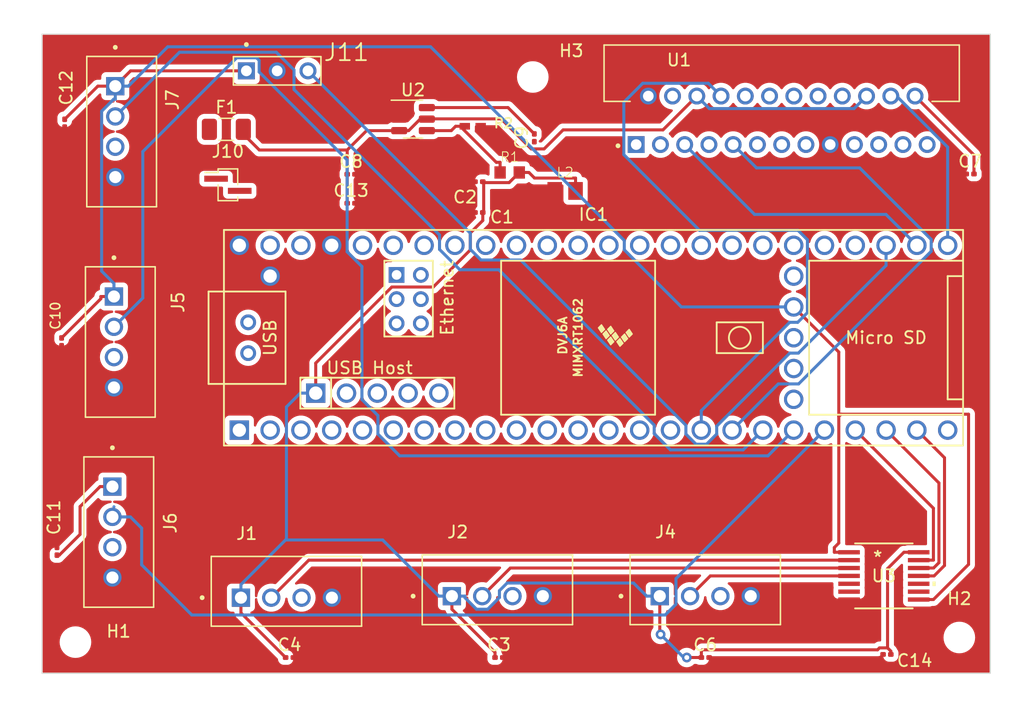
<source format=kicad_pcb>
(kicad_pcb (version 20221018) (generator pcbnew)
  (layers (0 "F.Cu" signal) (31 "B.Cu" signal) (34 "B.Paste" user) (35 "F.Paste" user) (36 "B.SilkS" user "B.Silkscreen") (37 "F.SilkS" user "F.Silkscreen") (38 "B.Mask" user) (39 "F.Mask" user) (44 "Edge.Cuts" user))
  (net 0 "")
  (net 1 "+5V")
  (net 12 "LF_LINE")
  (net 13 "RF_LINE")
  (net 37 "+12V")
  (net 38 "Net-(U2-VBST)")
  (net 39 "GNDS")
  (net 40 "B_LINE")
  (net 41 "M_SPD")
  (net 42 "M_REF")
  (net 43 "Net-(U1-VREG)")
  (net 44 "LIR5")
  (net 54 "M_IN1")
  (net 55 "M_IN2")
  (net 56 "Net-(J9-Pin_2)")
  (net 58 "Net-(J9-Pin_1)")
  (net 60 "Net-(J8-Pin_2)")
  (net 62 "Net-(J8-Pin_1)")
  (net 68 "unconnected-(J6-Pin_3-Pad3)")
  (net 69 "Net-(U2-VFB)")
  (net 70 "IR_START")
  (net 76 "Net-(J10-Pin_1b)")
  (net 77 "+3.3V")
  (net 78 "RIR5")
  (net 79 "CIR5")
  (net 84 "CIR3.3")
  (net 85 "RIR3.3")
  (net 86 "LIR3.3")
  (footprint "Fuse:Fuse_1206_3216Metric" (layer "F.Cu") (at 68.199 85.344)
    (fp_text reference "F1" (at 0 -1.82) (layer "F.SilkS"))
    (fp_text value "Fuse")
    (pad "1" smd roundrect (at -1.4 0) (size 1.25 1.75) (layers "F.Cu" "F.Paste" "F.Mask") (roundrect_rratio 0.2) (net 76 "Net-(J10-Pin_1b)"))
    (pad "2" smd roundrect (at 1.4 0) (size 1.25 1.75) (layers "F.Cu" "F.Paste" "F.Mask") (roundrect_rratio 0.2) (net 37 "+12V"))
  )
  (footprint "Capacitor_SMD:C_0201_0603Metric" (layer "F.Cu") (at 54.229 120.142 90)
    (fp_text reference "C11" (at 2.794 -0.254 90) (layer "F.SilkS"))
    (fp_text value "0.1uF")
    (pad "1" smd roundrect (at -0.32 0 90) (size 0.46 0.4) (layers "F.Cu" "F.Mask") (net 77 "+3.3V"))
    (pad "2" smd roundrect (at 0.32 0 90) (size 0.46 0.4) (layers "F.Cu" "F.Mask") (net 39 "GNDS"))
  )
  (footprint "RoboJackets:INDC2012X145N" (layer "F.Cu") (at 96.139 90.424)
    (fp_text reference "L2" (at 0 -1.524 180) (layer "F.SilkS") (effects (font (size 0.8 0.8) (thickness 0.08) bold)))
    (fp_text value "4.7 uH")
    (pad "1" smd rect (at -0.86 0) (size 1.2 1.47) (layers "F.Cu" "F.Paste" "F.Mask") (net 39 "GNDS"))
    (pad "2" smd rect (at 0.86 0) (size 1.2 1.47) (layers "F.Cu" "F.Paste" "F.Mask") (net 1 "+5V"))
  )
  (footprint "Capacitor_SMD:C_0201_0603Metric" (layer "F.Cu") (at 54.864 84.836 -90)
    (fp_text reference "C12" (at -2.921 -0.127 90) (layer "F.SilkS"))
    (fp_text value "0.1uF")
    (pad "1" smd roundrect (at -0.32 0 270) (size 0.46 0.4) (layers "F.Cu" "F.Mask") (net 77 "+3.3V"))
    (pad "2" smd roundrect (at 0.32 0 270) (size 0.46 0.4) (layers "F.Cu" "F.Mask") (net 39 "GNDS"))
  )
  (footprint "Capacitor_SMD:C_0201_0603Metric" (layer "F.Cu") (at 73.406 128.905)
    (fp_text reference "C4" (at 0 -1.05) (layer "F.SilkS"))
    (fp_text value "0.1uF")
    (pad "1" smd roundrect (at -0.32 0) (size 0.46 0.4) (layers "F.Cu" "F.Mask") (net 1 "+5V"))
    (pad "2" smd roundrect (at 0.32 0) (size 0.46 0.4) (layers "F.Cu" "F.Mask") (net 39 "GNDS"))
  )
  (footprint "RoboJackets:JST_B4B-XH-A_LF__SN_" (layer "F.Cu") (at 107.696 123.317)
    (fp_text reference "J4" (at -3.275 -4.76) (layer "F.SilkS"))
    (fp_text value "IR Sensor C")
    (pad "1" thru_hole rect (at -3.75 0.525) (size 1.508 1.508) (drill 1) (layers "*.Cu" "*.Mask") (net 1 "+5V"))
    (pad "2" thru_hole circle (at -1.25 0.525) (size 1.508 1.508) (drill 1) (layers "*.Cu" "*.Mask") (net 79 "CIR5"))
    (pad "3" thru_hole circle (at 1.25 0.525) (size 1.508 1.508) (drill 1) (layers "*.Cu" "*.Mask"))
    (pad "4" thru_hole circle (at 3.75 0.525) (size 1.508 1.508) (drill 1) (layers "*.Cu" "*.Mask") (net 39 "GNDS"))
  )
  (footprint "MountingHole:MountingHole_2.1mm" (layer "F.Cu") (at 128.651 127.254)
    (fp_text reference "H2" (at 0 -3.2) (layer "F.SilkS"))
    (fp_text value "MountingHole")
    (pad "" np_thru_hole circle (at 0 0) (size 2.1 2.1) (drill 2.1) (layers "*.Cu" "*.Mask"))
  )
  (footprint "MountingHole:MountingHole_2.1mm" (layer "F.Cu") (at 93.472 81.026)
    (fp_text reference "H3" (at 3.175 -2.159) (layer "F.SilkS"))
    (fp_text value "MountingHole")
    (pad "" np_thru_hole circle (at 0 0) (size 2.1 2.1) (drill 2.1) (layers "*.Cu" "*.Mask"))
  )
  (footprint "Capacitor_SMD:C_0201_0603Metric" (layer "F.Cu") (at 78.486 89.05)
    (fp_text reference "C8" (at 0 -1.05) (layer "F.SilkS"))
    (fp_text value ".1 uF")
    (pad "1" smd roundrect (at -0.32 0) (size 0.46 0.4) (layers "F.Cu" "F.Mask") (net 37 "+12V"))
    (pad "2" smd roundrect (at 0.32 0) (size 0.46 0.4) (layers "F.Cu" "F.Mask") (net 39 "GNDS"))
  )
  (footprint "RoboJackets:JST_B4B-XH-A_LF__SN_" (layer "F.Cu") (at 73.152 123.444)
    (fp_text reference "J1" (at -3.275 -4.76) (layer "F.SilkS"))
    (fp_text value "IR Sensor L")
    (pad "1" thru_hole rect (at -3.75 0.525) (size 1.508 1.508) (drill 1) (layers "*.Cu" "*.Mask") (net 1 "+5V"))
    (pad "2" thru_hole circle (at -1.25 0.525) (size 1.508 1.508) (drill 1) (layers "*.Cu" "*.Mask") (net 44 "LIR5"))
    (pad "3" thru_hole circle (at 1.25 0.525) (size 1.508 1.508) (drill 1) (layers "*.Cu" "*.Mask"))
    (pad "4" thru_hole circle (at 3.75 0.525) (size 1.508 1.508) (drill 1) (layers "*.Cu" "*.Mask") (net 39 "GNDS"))
  )
  (footprint "Capacitor_SMD:C_0201_0603Metric" (layer "F.Cu") (at 107.696 128.905)
    (fp_text reference "C6" (at 0 -1.05) (layer "F.SilkS"))
    (fp_text value "0.1uF")
    (pad "1" smd roundrect (at -0.32 0) (size 0.46 0.4) (layers "F.Cu" "F.Mask") (net 1 "+5V"))
    (pad "2" smd roundrect (at 0.32 0) (size 0.46 0.4) (layers "F.Cu" "F.Mask") (net 39 "GNDS"))
  )
  (footprint "RoboJackets:robo" (layer "F.Cu") (at 88.519 85.09)
    (fp_text reference "R2" (at 2.54 -0.254 unlocked) (layer "F.SilkS") (effects (font (size 0.8 0.8))))
    (fp_text value "50kΩ")
    (pad "1" smd rect (at -0.654399 0) (size 0.858799 0.550799) (layers "F.Cu" "F.Paste" "F.Mask") (net 69 "Net-(U2-VFB)"))
    (pad "2" smd rect (at 0.654399 0) (size 0.858799 0.550799) (layers "F.Cu" "F.Paste" "F.Mask") (net 39 "GNDS"))
    (zone (net 0) (net_name "") (layer "F.Cu") (connect_pads (clearance 0)) (min_thickness 0.254)
      (keepout (tracks not_allowed) (vias not_allowed) (pads allowed) (copperpour not_allowed) (footprints allowed))
      (fill (thermal_gap 0.508) (thermal_bridge_width 0.508))
      (polygon (pts (xy 88.3448 84.8908) (xy 88.6932 84.8908) (xy 88.6932 85.2892) (xy 88.3448 85.2892)))
    )
  )
  (footprint "Capacitor_SMD:C_0201_0603Metric" (layer "F.Cu") (at 89.027 89.662 180)
    (fp_text reference "C2" (at 1.143 -1.27) (layer "F.SilkS"))
    (fp_text value "10 uF")
    (pad "1" smd roundrect (at -0.32 0 180) (size 0.46 0.4) (layers "F.Cu" "F.Mask") (net 1 "+5V"))
    (pad "2" smd roundrect (at 0.32 0 180) (size 0.46 0.4) (layers "F.Cu" "F.Mask") (net 39 "GNDS"))
  )
  (footprint "Capacitor_SMD:C_0201_0603Metric" (layer "F.Cu") (at 78.486 91.44)
    (fp_text reference "C13" (at 0 -1.05) (layer "F.SilkS"))
    (fp_text value "10 uF")
    (pad "1" smd roundrect (at -0.32 0) (size 0.46 0.4) (layers "F.Cu" "F.Mask") (net 37 "+12V"))
    (pad "2" smd roundrect (at 0.32 0) (size 0.46 0.4) (layers "F.Cu" "F.Mask") (net 39 "GNDS"))
  )
  (footprint "RoboJackets:JST_B4B-XH-A_LF__SN_" (layer "F.Cu") (at 90.551 123.317)
    (fp_text reference "J2" (at -3.275 -4.76) (layer "F.SilkS"))
    (fp_text value "IR Sensor R")
    (pad "1" thru_hole rect (at -3.75 0.525) (size 1.508 1.508) (drill 1) (layers "*.Cu" "*.Mask") (net 1 "+5V"))
    (pad "2" thru_hole circle (at -1.25 0.525) (size 1.508 1.508) (drill 1) (layers "*.Cu" "*.Mask") (net 78 "RIR5"))
    (pad "3" thru_hole circle (at 1.25 0.525) (size 1.508 1.508) (drill 1) (layers "*.Cu" "*.Mask"))
    (pad "4" thru_hole circle (at 3.75 0.525) (size 1.508 1.508) (drill 1) (layers "*.Cu" "*.Mask") (net 39 "GNDS"))
  )
  (footprint "Connector_PinSocket_1.00mm:PinSocket_1x02_P1.00mm_Vertical_SMD_Pin1Left" (layer "F.Cu") (at 68.326 89.916)
    (fp_text reference "J10" (at 0 -2.75) (layer "F.SilkS"))
    (fp_text value "Battery Socket")
    (pad "1" smd rect (at -0.975 -0.5) (size 1.95 0.5) (layers "F.Cu" "F.Paste" "F.Mask"))
    (pad "2" smd rect (at 0.975 0.5) (size 1.95 0.5) (layers "F.Cu" "F.Paste" "F.Mask"))
  )
  (footprint "Capacitor_SMD:C_0201_0603Metric" (layer "F.Cu") (at 122.682 128.651 180)
    (fp_text reference "C14" (at -2.286 -0.508) (layer "F.SilkS"))
    (fp_text value "10 uF")
    (pad "1" smd roundrect (at -0.32 0 180) (size 0.46 0.4) (layers "F.Cu" "F.Mask") (net 1 "+5V"))
    (pad "2" smd roundrect (at 0.32 0 180) (size 0.46 0.4) (layers "F.Cu" "F.Mask") (net 39 "GNDS"))
  )
  (footprint "RoboJackets:JST_B4B-XH-A_LF__SN_" (layer "F.Cu") (at 59.326 118.558 -90)
    (fp_text reference "J6" (at -0.75 -4.25 90) (layer "F.SilkS"))
    (fp_text value "Line Sensor 2")
    (pad "1" thru_hole rect (at -3.75 0.525 270) (size 1.508 1.508) (drill 1) (layers "*.Cu" "*.Mask") (net 77 "+3.3V"))
    (pad "2" thru_hole circle (at -1.25 0.525 270) (size 1.508 1.508) (drill 1) (layers "*.Cu" "*.Mask") (net 13 "RF_LINE"))
    (pad "3" thru_hole circle (at 1.25 0.525 270) (size 1.508 1.508) (drill 1) (layers "*.Cu" "*.Mask") (net 68 "unconnected-(J6-Pin_3-Pad3)"))
    (pad "4" thru_hole circle (at 3.75 0.525 270) (size 1.508 1.508) (drill 1) (layers "*.Cu" "*.Mask") (net 39 "GNDS"))
  )
  (footprint "RoboJackets:JST_B4B-XH-A_LF__SN_" (layer "F.Cu") (at 59.453 102.8811 -90)
    (fp_text reference "J5" (at -3.275 -4.76 90) (layer "F.SilkS"))
    (fp_text value "Line Sensor 1")
    (pad "1" thru_hole rect (at -3.75 0.525 270) (size 1.508 1.508) (drill 1) (layers "*.Cu" "*.Mask") (net 77 "+3.3V"))
    (pad "2" thru_hole circle (at -1.25 0.525 270) (size 1.508 1.508) (drill 1) (layers "*.Cu" "*.Mask") (net 12 "LF_LINE"))
    (pad "3" thru_hole circle (at 1.25 0.525 270) (size 1.508 1.508) (drill 1) (layers "*.Cu" "*.Mask"))
    (pad "4" thru_hole circle (at 3.75 0.525 270) (size 1.508 1.508) (drill 1) (layers "*.Cu" "*.Mask") (net 39 "GNDS"))
  )
  (footprint "Capacitor_SMD:C_0201_0603Metric" (layer "F.Cu") (at 90.678 128.905)
    (fp_text reference "C3" (at 0 -1.05) (layer "F.SilkS"))
    (fp_text value "0.1uF")
    (pad "1" smd roundrect (at -0.32 0) (size 0.46 0.4) (layers "F.Cu" "F.Mask") (net 1 "+5V"))
    (pad "2" smd roundrect (at 0.32 0) (size 0.46 0.4) (layers "F.Cu" "F.Mask") (net 39 "GNDS"))
  )
  (footprint "MountingHole:MountingHole_2.1mm" (layer "F.Cu") (at 55.753 127.635)
    (fp_text reference "H1" (at 3.556 -0.889) (layer "F.SilkS"))
    (fp_text value "MountingHole")
    (pad "" np_thru_hole circle (at 0 0) (size 2.1 2.1) (drill 2.1) (layers "*.Cu" "*.Mask"))
  )
  (footprint "RoboJackets:TO100P2930X465X1937-25" (layer "F.Cu") (at 102 86.6)
    (fp_text reference "U1" (at 3.537 -6.971) (layer "F.SilkS"))
    (fp_text value "TB67H303HG (MD)")
    (pad "1" thru_hole rect (at 0 0) (size 1.388 1.388) (drill 0.88) (layers "*.Cu" "*.Mask"))
    (pad "2" thru_hole circle (at 1 -4) (size 1.388 1.388) (drill 0.88) (layers "*.Cu" "*.Mask") (net 39 "GNDS"))
    (pad "3" thru_hole circle (at 2 0) (size 1.388 1.388) (drill 0.88) (layers "*.Cu" "*.Mask"))
    (pad "4" thru_hole circle (at 3 -4) (size 1.388 1.388) (drill 0.88) (layers "*.Cu" "*.Mask"))
    (pad "5" thru_hole circle (at 4 0) (size 1.388 1.388) (drill 0.88) (layers "*.Cu" "*.Mask") (net 42 "M_REF"))
    (pad "6" thru_hole circle (at 5 -4) (size 1.388 1.388) (drill 0.88) (layers "*.Cu" "*.Mask") (net 37 "+12V"))
    (pad "7" thru_hole circle (at 6 0) (size 1.388 1.388) (drill 0.88) (layers "*.Cu" "*.Mask"))
    (pad "8" thru_hole circle (at 7 -4) (size 1.388 1.388) (drill 0.88) (layers "*.Cu" "*.Mask") (net 54 "M_IN1"))
    (pad "9" thru_hole circle (at 8 0) (size 1.388 1.388) (drill 0.88) (layers "*.Cu" "*.Mask") (net 55 "M_IN2"))
    (pad "10" thru_hole circle (at 9 -4) (size 1.388 1.388) (drill 0.88) (layers "*.Cu" "*.Mask") (net 56 "Net-(J9-Pin_2)"))
    (pad "11" thru_hole circle (at 10 0) (size 1.388 1.388) (drill 0.88) (layers "*.Cu" "*.Mask"))
    (pad "12" thru_hole circle (at 11 -4) (size 1.388 1.388) (drill 0.88) (layers "*.Cu" "*.Mask") (net 58 "Net-(J9-Pin_1)"))
    (pad "13" thru_hole circle (at 12 0) (size 1.388 1.388) (drill 0.88) (layers "*.Cu" "*.Mask"))
    (pad "14" thru_hole circle (at 13 -4) (size 1.388 1.388) (drill 0.88) (layers "*.Cu" "*.Mask") (net 60 "Net-(J8-Pin_2)"))
    (pad "15" thru_hole circle (at 14 0) (size 1.388 1.388) (drill 0.88) (layers "*.Cu" "*.Mask"))
    (pad "16" thru_hole circle (at 15 -4) (size 1.388 1.388) (drill 0.88) (layers "*.Cu" "*.Mask") (net 62 "Net-(J8-Pin_1)"))
    (pad "17" thru_hole circle (at 16 0) (size 1.388 1.388) (drill 0.88) (layers "*.Cu" "*.Mask") (net 39 "GNDS"))
    (pad "18" thru_hole circle (at 17 -4) (size 1.388 1.388) (drill 0.88) (layers "*.Cu" "*.Mask"))
    (pad "19" thru_hole circle (at 18 0) (size 1.388 1.388) (drill 0.88) (layers "*.Cu" "*.Mask"))
    (pad "20" thru_hole circle (at 19 -4) (size 1.388 1.388) (drill 0.88) (layers "*.Cu" "*.Mask") (net 37 "+12V"))
    (pad "21" thru_hole circle (at 20 0) (size 1.388 1.388) (drill 0.88) (layers "*.Cu" "*.Mask"))
    (pad "22" thru_hole circle (at 21 -4) (size 1.388 1.388) (drill 0.88) (layers "*.Cu" "*.Mask") (net 41 "M_SPD"))
    (pad "23" thru_hole circle (at 22 0) (size 1.388 1.388) (drill 0.88) (layers "*.Cu" "*.Mask"))
    (pad "24" thru_hole circle (at 23 -4) (size 1.388 1.388) (drill 0.88) (layers "*.Cu" "*.Mask") (net 43 "Net-(U1-VREG)"))
    (pad "25" thru_hole circle (at 24 0) (size 1.388 1.388) (drill 0.88) (layers "*.Cu" "*.Mask"))
  )
  (footprint "RoboJackets:RU_14_ADI-M" (layer "F.Cu") (at 122.428 122.174)
    (fp_text reference "U3" (at 0 0 unlocked) (layer "F.SilkS"))
    (fp_text value "ADG3304BRUZ-REEL")
    (fp_text user "*" (at -0.508 -1.524) (layer "F.SilkS"))
    (pad "1" smd rect (at -2.8702 -1.950001) (size 1.778 0.3556) (layers "F.Cu" "F.Paste" "F.Mask") (net 77 "+3.3V"))
    (pad "2" smd rect (at -2.8702 -1.3) (size 1.778 0.3556) (layers "F.Cu" "F.Paste" "F.Mask") (net 44 "LIR5"))
    (pad "3" smd rect (at -2.8702 -0.649999) (size 1.778 0.3556) (layers "F.Cu" "F.Paste" "F.Mask") (net 78 "RIR5"))
    (pad "4" smd rect (at -2.8702 0) (size 1.778 0.3556) (layers "F.Cu" "F.Paste" "F.Mask") (net 79 "CIR5"))
    (pad "5" smd rect (at -2.8702 0.649999) (size 1.778 0.3556) (layers "F.Cu" "F.Paste" "F.Mask"))
    (pad "6" smd rect (at -2.8702 1.3) (size 1.778 0.3556) (layers "F.Cu" "F.Paste" "F.Mask"))
    (pad "7" smd rect (at -2.8702 1.949999) (size 1.778 0.3556) (layers "F.Cu" "F.Paste" "F.Mask") (net 39 "GNDS"))
    (pad "8" smd rect (at 2.8702 1.950001) (size 1.778 0.3556) (layers "F.Cu" "F.Paste" "F.Mask") (net 77 "+3.3V"))
    (pad "9" smd rect (at 2.8702 1.3) (size 1.778 0.3556) (layers "F.Cu" "F.Paste" "F.Mask"))
    (pad "10" smd rect (at 2.8702 0.650001) (size 1.778 0.3556) (layers "F.Cu" "F.Paste" "F.Mask"))
    (pad "11" smd rect (at 2.8702 0) (size 1.778 0.3556) (layers "F.Cu" "F.Paste" "F.Mask") (net 84 "CIR3.3"))
    (pad "12" smd rect (at 2.8702 -0.649999) (size 1.778 0.3556) (layers "F.Cu" "F.Paste" "F.Mask") (net 85 "RIR3.3"))
    (pad "13" smd rect (at 2.8702 -1.3) (size 1.778 0.3556) (layers "F.Cu" "F.Paste" "F.Mask") (net 86 "LIR3.3"))
    (pad "14" smd rect (at 2.8702 -1.949999) (size 1.778 0.3556) (layers "F.Cu" "F.Paste" "F.Mask") (net 1 "+5V"))
  )
  (footprint "Capacitor_SMD:C_0201_0603Metric" (layer "F.Cu") (at 89.027 92.202 180)
    (fp_text reference "C1" (at -1.905 -0.381) (layer "F.SilkS"))
    (fp_text value ".1 uF")
    (pad "1" smd roundrect (at -0.32 0 180) (size 0.46 0.4) (layers "F.Cu" "F.Mask") (net 1 "+5V"))
    (pad "2" smd roundrect (at 0.32 0 180) (size 0.46 0.4) (layers "F.Cu" "F.Mask") (net 39 "GNDS"))
  )
  (footprint "Capacitor_SMD:C_0201_0603Metric" (layer "F.Cu") (at 93.599 86.04 90)
    (fp_text reference "C9" (at 0 -1.05 90) (layer "F.SilkS"))
    (fp_text value ".1 uF")
    (pad "1" smd roundrect (at -0.32 0 90) (size 0.46 0.4) (layers "F.Cu" "F.Mask") (net 39 "GNDS"))
    (pad "2" smd roundrect (at 0.32 0 90) (size 0.46 0.4) (layers "F.Cu" "F.Mask") (net 38 "Net-(U2-VBST)"))
  )
  (footprint "RoboJackets:JST_B4B-XH-A_LF__SN_" (layer "F.Cu") (at 59.563 85.531 -90)
    (fp_text reference "J7" (at -2.6235 -4.191 90) (layer "F.SilkS"))
    (fp_text value "Line Sensor 3")
    (pad "1" thru_hole rect (at -3.75 0.525 270) (size 1.508 1.508) (drill 1) (layers "*.Cu" "*.Mask") (net 77 "+3.3V"))
    (pad "2" thru_hole circle (at -1.25 0.525 270) (size 1.508 1.508) (drill 1) (layers "*.Cu" "*.Mask") (net 40 "B_LINE"))
    (pad "3" thru_hole circle (at 1.25 0.525 270) (size 1.508 1.508) (drill 1) (layers "*.Cu" "*.Mask"))
    (pad "4" thru_hole circle (at 3.75 0.525 270) (size 1.508 1.508) (drill 1) (layers "*.Cu" "*.Mask") (net 39 "GNDS"))
  )
  (footprint "RoboJackets:TE_5-146280-3" (layer "F.Cu") (at 72.39 80.518)
    (fp_text reference "J11" (at 5.715 -1.524) (layer "F.SilkS") (effects (font (size 1.40252 1.40252))))
    (fp_text value "IR Start Module")
    (pad "1" thru_hole rect (at -2.54 0) (size 1.398 1.398) (drill 0.89) (layers "*.Cu" "*.Mask") (net 77 "+3.3V"))
    (pad "2" thru_hole circle (at 0 0) (size 1.398 1.398) (drill 0.89) (layers "*.Cu" "*.Mask") (net 39 "GNDS"))
    (pad "3" thru_hole circle (at 2.54 0) (size 1.398 1.398) (drill 0.89) (layers "*.Cu" "*.Mask") (net 70 "IR_START"))
  )
  (footprint "RoboJackets:RESC1608X50N" (layer "F.Cu") (at 91.567 88.9)
    (fp_text reference "R1" (at 0 -1.27 180) (layer "F.SilkS") (effects (font (size 0.8 0.8) (thickness 0.08))))
    (fp_text value "5kΩ")
    (pad "1" smd rect (at -0.79 0) (size 0.94 1.02) (layers "F.Cu" "F.Paste" "F.Mask") (net 69 "Net-(U2-VFB)"))
    (pad "2" smd rect (at 0.79 0) (size 0.94 1.02) (layers "F.Cu" "F.Paste" "F.Mask") (net 1 "+5V"))
  )
  (footprint "Capacitor_SMD:C_0201_0603Metric" (layer "F.Cu") (at 54.61 102.87 -90)
    (fp_text reference "C10" (at -2.159 0.508 90) (layer "F.SilkS") (effects (font (size 0.8 0.8) (thickness 0.125))))
    (fp_text value "0.1uF")
    (pad "1" smd roundrect (at -0.32 0 270) (size 0.46 0.4) (layers "F.Cu" "F.Mask") (net 77 "+3.3V"))
    (pad "2" smd roundrect (at 0.32 0 270) (size 0.46 0.4) (layers "F.Cu" "F.Mask") (net 39 "GNDS"))
  )
  (footprint "Capacitor_SMD:C_0201_0603Metric" (layer "F.Cu") (at 129.54 89.027)
    (fp_text reference "C7" (at 0 -1.05) (layer "F.SilkS"))
    (fp_text value "0.1uF")
    (pad "1" smd roundrect (at -0.32 0) (size 0.46 0.4) (layers "F.Cu" "F.Mask") (net 39 "GNDS"))
    (pad "2" smd roundrect (at 0.32 0) (size 0.46 0.4) (layers "F.Cu" "F.Mask") (net 43 "Net-(U1-VREG)"))
  )
  (footprint "Package_TO_SOT_SMD:SOT-23-6" (layer "F.Cu") (at 83.595 84.5)
    (fp_text reference "U2" (at 0 -2.4) (layer "F.SilkS"))
    (fp_text value "TPS562200 (VR)")
    (pad "1" smd roundrect (at -1.1375 -0.95) (size 1.325 0.6) (layers "F.Cu" "F.Paste" "F.Mask") (net 39 "GNDS"))
    (pad "2" smd roundrect (at -1.1375 0) (size 1.325 0.6) (layers "F.Cu" "F.Paste" "F.Mask") (net 39 "GNDS"))
    (pad "3" smd roundrect (at -1.1375 0.95) (size 1.325 0.6) (layers "F.Cu" "F.Paste" "F.Mask") (net 37 "+12V"))
    (pad "4" smd roundrect (at 1.1375 0.95) (size 1.325 0.6) (layers "F.Cu" "F.Paste" "F.Mask") (net 69 "Net-(U2-VFB)"))
    (pad "5" smd roundrect (at 1.1375 0) (size 1.325 0.6) (layers "F.Cu" "F.Paste" "F.Mask") (net 37 "+12V"))
    (pad "6" smd roundrect (at 1.1375 -0.95) (size 1.325 0.6) (layers "F.Cu" "F.Paste" "F.Mask") (net 38 "Net-(U2-VBST)"))
  )
  (footprint "Teensy Lib:TEENSY41" (layer "F.Cu") (at 98.48 102.53)
    (fp_text reference "IC1" (at 0 -10.16) (layer "F.SilkS"))
    (fp_text value "TEENSY_4.1")
    (fp_text user "USB Host" (at -18.4658 2.4892) (layer "F.SilkS"))
    (fp_text user "Micro SD" (at 24.13 0) (layer "F.SilkS"))
    (fp_text user "Ethernet" (at -12.065 -3.2766 90) (layer "F.SilkS"))
    (fp_text user "USB" (at -26.67 0 270) (layer "F.SilkS"))
    (fp_text user "DVJ6A" (at -2.54 -0.18 -90) (layer "F.SilkS") (effects (font (size 0.7 0.7))))
    (fp_text user "MIMXRT1062" (at -1.27 0 -90) (layer "F.SilkS") (effects (font (size 0.7 0.7))))
    (pad "1" thru_hole rect (at -29.21 7.62) (size 1.6 1.6) (drill 1.1) (layers "*.Cu" "*.Mask"))
    (pad "2" thru_hole circle (at -26.67 7.62) (size 1.6 1.6) (drill 1.1) (layers "*.Cu" "*.Mask"))
    (pad "3" thru_hole circle (at -24.13 7.62) (size 1.6 1.6) (drill 1.1) (layers "*.Cu" "*.Mask"))
    (pad "4" thru_hole circle (at -21.59 7.62) (size 1.6 1.6) (drill 1.1) (layers "*.Cu" "*.Mask"))
    (pad "5" thru_hole circle (at -19.05 7.62) (size 1.6 1.6) (drill 1.1) (layers "*.Cu" "*.Mask"))
    (pad "6" thru_hole circle (at -16.51 7.62) (size 1.6 1.6) (drill 1.1) (layers "*.Cu" "*.Mask"))
    (pad "7" thru_hole circle (at -13.97 7.62) (size 1.6 1.6) (drill 1.1) (layers "*.Cu" "*.Mask"))
    (pad "8" thru_hole circle (at -11.43 7.62) (size 1.6 1.6) (drill 1.1) (layers "*.Cu" "*.Mask"))
    (pad "9" thru_hole circle (at -8.89 7.62) (size 1.6 1.6) (drill 1.1) (layers "*.Cu" "*.Mask"))
    (pad "10" thru_hole circle (at -6.35 7.62) (size 1.6 1.6) (drill 1.1) (layers "*.Cu" "*.Mask"))
    (pad "11" thru_hole circle (at -3.81 7.62) (size 1.6 1.6) (drill 1.1) (layers "*.Cu" "*.Mask"))
    (pad "12" thru_hole circle (at -1.27 7.62) (size 1.6 1.6) (drill 1.1) (layers "*.Cu" "*.Mask"))
    (pad "13" thru_hole circle (at 1.27 7.62) (size 1.6 1.6) (drill 1.1) (layers "*.Cu" "*.Mask"))
    (pad "14" thru_hole circle (at 3.81 7.62) (size 1.6 1.6) (drill 1.1) (layers "*.Cu" "*.Mask"))
    (pad "15" thru_hole circle (at 6.35 7.62) (size 1.6 1.6) (drill 1.1) (layers "*.Cu" "*.Mask"))
    (pad "16" thru_hole circle (at 8.89 7.62) (size 1.6 1.6) (drill 1.1) (layers "*.Cu" "*.Mask") (net 54 "M_IN1"))
    (pad "17" thru_hole circle (at 11.43 7.62) (size 1.6 1.6) (drill 1.1) (layers "*.Cu" "*.Mask") (net 55 "M_IN2"))
    (pad "18" thru_hole circle (at 13.97 7.62) (size 1.6 1.6) (drill 1.1) (layers "*.Cu" "*.Mask") (net 40 "B_LINE"))
    (pad "19" thru_hole circle (at 16.51 7.62) (size 1.6 1.6) (drill 1.1) (layers "*.Cu" "*.Mask") (net 12 "LF_LINE"))
    (pad "20" thru_hole circle (at 19.05 7.62) (size 1.6 1.6) (drill 1.1) (layers "*.Cu" "*.Mask") (net 13 "RF_LINE"))
    (pad "21" thru_hole circle (at 21.59 7.62) (size 1.6 1.6) (drill 1.1) (layers "*.Cu" "*.Mask") (net 86 "LIR3.3"))
    (pad "22" thru_hole circle (at 24.13 7.62) (size 1.6 1.6) (drill 1.1) (layers "*.Cu" "*.Mask") (net 85 "RIR3.3"))
    (pad "23" thru_hole circle (at 26.67 7.62) (size 1.6 1.6) (drill 1.1) (layers "*.Cu" "*.Mask") (net 84 "CIR3.3"))
    (pad "24" thru_hole circle (at 29.21 7.62) (size 1.6 1.6) (drill 1.1) (layers "*.Cu" "*.Mask"))
    (pad "25" thru_hole circle (at 29.21 -7.62) (size 1.6 1.6) (drill 1.1) (layers "*.Cu" "*.Mask") (net 41 "M_SPD"))
    (pad "26" thru_hole circle (at 26.67 -7.62) (size 1.6 1.6) (drill 1.1) (layers "*.Cu" "*.Mask") (net 42 "M_REF"))
    (pad "27" thru_hole circle (at 24.13 -7.62) (size 1.6 1.6) (drill 1.1) (layers "*.Cu" "*.Mask") (net 70 "IR_START"))
    (pad "28" thru_hole circle (at 21.59 -7.62) (size 1.6 1.6) (drill 1.1) (layers "*.Cu" "*.Mask"))
    (pad "29" thru_hole circle (at 19.05 -7.62) (size 1.6 1.6) (drill 1.1) (layers "*.Cu" "*.Mask"))
    (pad "30" thru_hole circle (at 16.51 -7.62) (size 1.6 1.6) (drill 1.1) (layers "*.Cu" "*.Mask"))
    (pad "31" thru_hole circle (at 13.97 -7.62) (size 1.6 1.6) (drill 1.1) (layers "*.Cu" "*.Mask"))
    (pad "32" thru_hole circle (at 11.43 -7.62) (size 1.6 1.6) (drill 1.1) (layers "*.Cu" "*.Mask"))
    (pad "33" thru_hole circle (at 8.89 -7.62) (size 1.6 1.6) (drill 1.1) (layers "*.Cu" "*.Mask"))
    (pad "34" thru_hole circle (at 6.35 -7.62) (size 1.6 1.6) (drill 1.1) (layers "*.Cu" "*.Mask"))
    (pad "35" thru_hole circle (at 3.81 -7.62) (size 1.6 1.6) (drill 1.1) (layers "*.Cu" "*.Mask"))
    (pad "36" thru_hole circle (at 1.27 -7.62) (size 1.6 1.6) (drill 1.1) (layers "*.Cu" "*.Mask"))
    (pad "37" thru_hole circle (at -1.27 -7.62) (size 1.6 1.6) (drill 1.1) (layers "*.Cu" "*.Mask"))
    (pad "38" thru_hole circle (at -3.81 -7.62) (size 1.6 1.6) (drill 1.1) (layers "*.Cu" "*.Mask"))
    (pad "39" thru_hole circle (at -6.35 -7.62) (size 1.6 1.6) (drill 1.1) (layers "*.Cu" "*.Mask"))
    (pad "40" thru_hole circle (at -8.89 -7.62) (size 1.6 1.6) (drill 1.1) (layers "*.Cu" "*.Mask"))
    (pad "41" thru_hole circle (at -11.43 -7.62) (size 1.6 1.6) (drill 1.1) (layers "*.Cu" "*.Mask"))
    (pad "42" thru_hole circle (at -13.97 -7.62) (size 1.6 1.6) (drill 1.1) (layers "*.Cu" "*.Mask"))
    (pad "43" thru_hole circle (at -16.51 -7.62) (size 1.6 1.6) (drill 1.1) (layers "*.Cu" "*.Mask"))
    (pad "44" thru_hole circle (at -19.05 -7.62) (size 1.6 1.6) (drill 1.1) (layers "*.Cu" "*.Mask"))
    (pad "45" thru_hole circle (at -21.59 -7.62) (size 1.6 1.6) (drill 1.1) (layers "*.Cu" "*.Mask") (net 39 "GNDS"))
    (pad "46" thru_hole circle (at -24.13 -7.62) (size 1.6 1.6) (drill 1.1) (layers "*.Cu" "*.Mask"))
    (pad "47" thru_hole circle (at -26.67 -7.62) (size 1.6 1.6) (drill 1.1) (layers "*.Cu" "*.Mask"))
    (pad "48" thru_hole circle (at -29.21 -7.62) (size 1.6 1.6) (drill 1.1) (layers "*.Cu" "*.Mask") (net 39 "GNDS"))
    (pad "49" thru_hole circle (at -26.67 -5.08) (size 1.6 1.6) (drill 1.1) (layers "*.Cu" "*.Mask") (net 39 "GNDS"))
    (pad "50" thru_hole circle (at 16.51 5.08) (size 1.6 1.6) (drill 1.1) (layers "*.Cu" "*.Mask"))
    (pad "51" thru_hole circle (at 16.51 2.54) (size 1.6 1.6) (drill 1.1) (layers "*.Cu" "*.Mask"))
    (pad "52" thru_hole circle (at 16.51 0) (size 1.6 1.6) (drill 1.1) (layers "*.Cu" "*.Mask"))
    (pad "53" thru_hole circle (at 16.51 -2.54) (size 1.6 1.6) (drill 1.1) (layers "*.Cu" "*.Mask") (net 77 "+3.3V"))
    (pad "54" thru_hole circle (at 16.51 -5.08) (size 1.6 1.6) (drill 1.1) (layers "*.Cu" "*.Mask"))
    (pad "55" thru_hole rect (at -22.9108 4.5692) (size 1.6 1.6) (drill 1.1) (layers "*.Cu" "*.Mask") (net 1 "+5V"))
    (pad "56" thru_hole circle (at -20.3708 4.5692) (size 1.6 1.6) (drill 1.1) (layers "*.Cu" "*.Mask"))
    (pad "57" thru_hole circle (at -17.8308 4.5692) (size 1.6 1.6) (drill 1.1) (layers "*.Cu" "*.Mask"))
    (pad "58" thru_hole circle (at -15.2908 4.5692) (size 1.6 1.6) (drill 1.1) (layers "*.Cu" "*.Mask"))
    (pad "59" thru_hole circle (at -12.7508 4.5692) (size 1.6 1.6) (drill 1.1) (layers "*.Cu" "*.Mask"))
    (pad "60" thru_hole rect (at -16.24 -5.1816) (size 1.3 1.3) (drill 0.8) (layers "*.Cu" "*.Mask"))
    (pad "61" thru_hole circle (at -16.24 -3.1816) (size 1.3 1.3) (drill 0.8) (layers "*.Cu" "*.Mask"))
    (pad "62" thru_hole circle (at -16.24 -1.1816) (size 1.3 1.3) (drill 0.8) (layers "*.Cu" "*.Mask"))
    (pad "63" thru_hole circle (at -14.24 -1.1816) (size 1.3 1.3) (drill 0.8) (layers "*.Cu" "*.Mask"))
    (pad "64" thru_hole circle (at -14.24 -3.1816) (size 1.3 1.3) (drill 0.8) (layers "*.Cu" "*.Mask"))
    (pad "65" thru_hole circle (at -14.24 -5.1816) (size 1.3 1.3) (drill 0.8) (layers "*.Cu" "*.Mask"))
    (pad "66" thru_hole circle (at -28.48 -1.27) (size 1.3 1.3) (drill 0.8) (layers "*.Cu" "*.Mask"))
    (pad "67" thru_hole circle (at -28.48 1.27) (size 1.3 1.3) (drill 0.8) (layers "*.Cu" "*.Mask"))
  )
  (gr_rect (start 53 77.5) (end 131.2 130.2) (stroke (width 0.1)) (fill none) (layer "Edge.Cuts"))
  (segment (start 69.402 125.221) (end 73.086 128.905) (width 0.25) (layer "F.Cu") (net 1))
  (segment (start 104.013 127) (end 104.013 127.127) (width 0.25) (layer "F.Cu") (net 1))
  (segment (start 75.5692 104.624) (end 75.5692 107.099) (width 0.25) (layer "F.Cu") (net 1))
  (segment (start 69.402 123.969) (end 69.402 125.221) (width 0.25) (layer "F.Cu") (net 1))
  (segment (start 104.013 127) (end 103.946 126.933) (width 0.25) (layer "F.Cu") (net 1))
  (segment (start 107.459 128.27) (end 107.376 128.353) (width 0.25) (layer "F.Cu") (net 1))
  (segment (start 85.2611 98.3484) (end 81.8449 98.3484) (width 0.25) (layer "F.Cu") (net 1))
  (segment (start 93.616 89.3621) (end 96.999 89.3621) (width 0.25) (layer "F.Cu") (net 1))
  (segment (start 89.4219 92.1271) (end 89.347 92.202) (width 0.25) (layer "F.Cu") (net 1))
  (segment (start 90.358 128.48) (end 90.358 128.905) (width 0.25) (layer "F.Cu") (net 1))
  (segment (start 125.298 120.224) (end 125.2982 120.224) (width 0.25) (layer "F.Cu") (net 1))
  (segment (start 106.172 128.905) (end 106.083 128.816) (width 0.25) (layer "F.Cu") (net 1))
  (segment (start 88.32 93.8885) (end 88.32 95.2895) (width 0.25) (layer "F.Cu") (net 1))
  (segment (start 121.907 128.27) (end 107.459 128.27) (width 0.25) (layer "F.Cu") (net 1))
  (segment (start 93.1539 88.9) (end 93.616 89.3621) (width 0.25) (layer "F.Cu") (net 1))
  (segment (start 92.357 88.9) (end 93.1539 88.9) (width 0.25) (layer "F.Cu") (net 1))
  (segment (start 104.013 127) (end 104.013 127.254) (width 0.25) (layer "F.Cu") (net 1))
  (segment (start 122.732 121.574) (end 124.082 120.224) (width 0.25) (layer "F.Cu") (net 1))
  (segment (start 86.801 123.842) (end 86.801 124.923) (width 0.25) (layer "F.Cu") (net 1))
  (segment (start 122.066 128.111) (end 121.907 128.27) (width 0.25) (layer "F.Cu") (net 1))
  (segment (start 92.357 88.9) (end 91.5201 89.7369) (width 0.25) (layer "F.Cu") (net 1))
  (segment (start 89.347 92.202) (end 89.347 92.8615) (width 0.25) (layer "F.Cu") (net 1))
  (segment (start 103.946 126.933) (end 103.946 123.842) (width 0.25) (layer "F.Cu") (net 1))
  (segment (start 122.732 128.111) (end 122.066 128.111) (width 0.25) (layer "F.Cu") (net 1))
  (segment (start 91.5201 89.7369) (end 89.4219 89.7369) (width 0.25) (layer "F.Cu") (net 1))
  (segment (start 81.8449 98.3484) (end 75.5692 104.624) (width 0.25) (layer "F.Cu") (net 1))
  (segment (start 107.376 128.353) (end 107.376 128.905) (width 0.25) (layer "F.Cu") (net 1))
  (segment (start 86.801 124.923) (end 90.358 128.48) (width 0.25) (layer "F.Cu") (net 1))
  (segment (start 88.32 95.2895) (end 85.2611 98.3484) (width 0.25) (layer "F.Cu") (net 1))
  (segment (start 89.4219 89.7369) (end 89.4219 92.1271) (width 0.25) (layer "F.Cu") (net 1))
  (segment (start 124.082 120.224) (end 125.298 120.224) (width 0.25) (layer "F.Cu") (net 1))
  (segment (start 123.002 128.381) (end 122.732 128.111) (width 0.25) (layer "F.Cu") (net 1))
  (segment (start 107.376 128.905) (end 106.172 128.905) (width 0.25) (layer "F.Cu") (net 1))
  (segment (start 123.002 128.651) (end 123.002 128.381) (width 0.25) (layer "F.Cu") (net 1))
  (segment (start 96.999 89.3621) (end 96.999 90.424) (width 0.25) (layer "F.Cu") (net 1))
  (segment (start 89.347 92.8615) (end 88.32 93.8885) (width 0.25) (layer "F.Cu") (net 1))
  (segment (start 106.083 128.816) (end 105.918 128.816) (width 0.25) (layer "F.Cu") (net 1))
  (segment (start 75.5692 107.099) (end 75.5692 107.0992) (width 0.25) (layer "F.Cu") (net 1))
  (segment (start 122.732 128.111) (end 122.732 121.574) (width 0.25) (layer "F.Cu") (net 1))
  (via (at 104.013 127) (size 0.8) (drill 0.4) (layers "F.Cu" "B.Cu") (net 1))
  (via (at 106.172 128.905) (size 0.8) (drill 0.4) (layers "F.Cu" "B.Cu") (net 1))
  (segment (start 105.918 128.905) (end 104.013 127) (width 0.25) (layer "B.Cu") (net 1))
  (segment (start 90.7201 123.956) (end 89.7532 124.923) (width 0.25) (layer "B.Cu") (net 1))
  (segment (start 87.8819 123.977) (end 87.8819 123.842) (width 0.25) (layer "B.Cu") (net 1))
  (segment (start 73.1538 108.238) (end 74.2926 107.0992) (width 0.25) (layer "B.Cu") (net 1))
  (segment (start 69.402 122.888) (end 69.402 123.969) (width 0.25) (layer "B.Cu") (net 1))
  (segment (start 89.7532 124.923) (end 88.8277 124.923) (width 0.25) (layer "B.Cu") (net 1))
  (segment (start 74.2926 107.0992) (end 75.5692 107.0992) (width 0.25) (layer "B.Cu") (net 1))
  (segment (start 87.8819 123.842) (end 86.801 123.842) (width 0.25) (layer "B.Cu") (net 1))
  (segment (start 106.172 128.905) (end 105.918 128.905) (width 0.25) (layer "B.Cu") (net 1))
  (segment (start 73.08 119.21) (end 69.402 122.888) (width 0.25) (layer "B.Cu") (net 1))
  (segment (start 91.3533 122.761) (end 90.7201 123.394) (width 0.25) (layer "B.Cu") (net 1))
  (segment (start 81.0882 119.21) (end 73.1538 119.21) (width 0.25) (layer "B.Cu") (net 1))
  (segment (start 73.1538 119.21) (end 73.08 119.21) (width 0.25) (layer "B.Cu") (net 1))
  (segment (start 88.8277 124.923) (end 87.8819 123.977) (width 0.25) (layer "B.Cu") (net 1))
  (segment (start 102.865 123.842) (end 101.784 122.761) (width 0.25) (layer "B.Cu") (net 1))
  (segment (start 86.801 123.842) (end 85.7201 123.842) (width 0.25) (layer "B.Cu") (net 1))
  (segment (start 90.7201 123.394) (end 90.7201 123.956) (width 0.25) (layer "B.Cu") (net 1))
  (segment (start 85.7201 123.842) (end 81.0882 119.21) (width 0.25) (layer "B.Cu") (net 1))
  (segment (start 101.784 122.761) (end 91.3533 122.761) (width 0.25) (layer "B.Cu") (net 1))
  (segment (start 73.1538 108.238) (end 73.1538 119.21) (width 0.25) (layer "B.Cu") (net 1))
  (segment (start 103.946 123.842) (end 102.865 123.842) (width 0.25) (layer "B.Cu") (net 1))
  (segment (start 70.6861 79.4378) (end 69.0508 79.4378) (width 0.25) (layer "B.Cu") (net 12))
  (segment (start 79.3792 96.6594) (end 78.16 95.4402) (width 0.25) (layer "B.Cu") (net 12))
  (segment (start 61.3071 99.252) (end 58.928 101.631) (width 0.25) (layer "B.Cu") (net 12))
  (segment (start 79.3792 107.629) (end 79.3792 96.6594) (width 0.25) (layer "B.Cu") (net 12))
  (segment (start 82.4936 112.271) (end 80.7 110.478) (width 0.25) (layer "B.Cu") (net 12))
  (segment (start 78.16 95.4402) (end 78.16 87.8675) (width 0.25) (layer "B.Cu") (net 12))
  (segment (start 70.9066 80.6141) (end 70.9066 79.6583) (width 0.25) (layer "B.Cu") (net 12))
  (segment (start 80.7 110.478) (end 80.7 108.95) (width 0.25) (layer "B.Cu") (net 12))
  (segment (start 58.928 101.631) (end 58.928 101.6311) (width 0.25) (layer "B.Cu") (net 12))
  (segment (start 61.3071 87.1815) (end 61.3071 99.252) (width 0.25) (layer "B.Cu") (net 12))
  (segment (start 69.0508 79.4378) (end 61.3071 87.1815) (width 0.25) (layer "B.Cu") (net 12))
  (segment (start 78.16 87.8675) (end 70.9066 80.6141) (width 0.25) (layer "B.Cu") (net 12))
  (segment (start 70.9066 79.6583) (end 70.6861 79.4378) (width 0.25) (layer "B.Cu") (net 12))
  (segment (start 80.7 108.95) (end 79.3792 107.629) (width 0.25) (layer "B.Cu") (net 12))
  (segment (start 114.99 110.15) (end 112.869 112.271) (width 0.25) (layer "B.Cu") (net 12))
  (segment (start 112.869 112.271) (end 82.4936 112.271) (width 0.25) (layer "B.Cu") (net 12))
  (segment (start 65.3508 125.397) (end 61.214 121.2602) (width 0.25) (layer "B.Cu") (net 13))
  (segment (start 117.53 110.15) (end 105.281 122.399) (width 0.25) (layer "B.Cu") (net 13))
  (segment (start 105.281 124.511) (end 104.395 125.397) (width 0.25) (layer "B.Cu") (net 13))
  (segment (start 58.928 116.474) (end 58.928 116.4742) (width 0.25) (layer "B.Cu") (net 13))
  (segment (start 104.395 125.397) (end 65.3508 125.397) (width 0.25) (layer "B.Cu") (net 13))
  (segment (start 105.281 122.399) (end 105.281 124.511) (width 0.25) (layer "B.Cu") (net 13))
  (segment (start 61.214 121.2602) (end 61.214 118.237) (width 0.25) (layer "B.Cu") (net 13))
  (segment (start 61.214 118.237) (end 60.285 117.308) (width 0.25) (layer "B.Cu") (net 13))
  (segment (start 60.285 117.308) (end 58.801 117.308) (width 0.25) (layer "B.Cu") (net 13))
  (segment (start 78.166 87.0499) (end 70.9209 87.0499) (width 0.25) (layer "F.Cu") (net 37))
  (segment (start 104.21 85.3895) (end 95.9734 85.3895) (width 0.25) (layer "F.Cu") (net 37))
  (segment (start 82.4575 85.45) (end 79.7659 85.45) (width 0.25) (layer "F.Cu") (net 37))
  (segment (start 83.2346 85.45) (end 82.4575 85.45) (width 0.25) (layer "F.Cu") (net 37))
  (segment (start 79.7659 85.45) (end 78.166 87.0499) (width 0.25) (layer "F.Cu") (net 37))
  (segment (start 84.1846 84.5) (end 83.2346 85.45) (width 0.25) (layer "F.Cu") (net 37))
  (segment (start 94.4059 86.957) (end 93.3442 86.957) (width 0.25) (layer "F.Cu") (net 37))
  (segment (start 95.9734 85.3895) (end 94.4059 86.957) (width 0.25) (layer "F.Cu") (net 37))
  (segment (start 90.8669 84.4797) (end 84.7528 84.4797) (width 0.25) (layer "F.Cu") (net 37))
  (segment (start 93.3442 86.957) (end 90.8669 84.4797) (width 0.25) (layer "F.Cu") (net 37))
  (segment (start 84.7325 84.5) (end 84.1846 84.5) (width 0.25) (layer "F.Cu") (net 37))
  (segment (start 70.9209 87.0499) (end 69.596 85.725) (width 0.25) (layer "F.Cu") (net 37))
  (segment (start 107 82.6) (end 104.21 85.3895) (width 0.25) (layer "F.Cu") (net 37))
  (segment (start 84.7528 84.4797) (end 84.7325 84.5) (width 0.25) (layer "F.Cu") (net 37))
  (segment (start 78.166 87.0499) (end 78.166 89.05) (width 0.25) (layer "F.Cu") (net 37))
  (segment (start 78.166 91.44) (end 78.166 89.05) (width 0.25) (layer "F.Cu") (net 37))
  (segment (start 119.968 83.6319) (end 108.032 83.6319) (width 0.25) (layer "B.Cu") (net 37))
  (segment (start 108.032 83.6319) (end 107 82.6) (width 0.25) (layer "B.Cu") (net 37))
  (segment (start 121 82.6) (end 119.968 83.6319) (width 0.25) (layer "B.Cu") (net 37))
  (segment (start 91.429 83.55) (end 84.7325 83.55) (width 0.25) (layer "F.Cu") (net 38))
  (segment (start 93.599 85.72) (end 91.429 83.55) (width 0.25) (layer "F.Cu") (net 38))
  (segment (start 103.486 110.44) (end 103.486 109.739) (width 0.25) (layer "B.Cu") (net 40))
  (segment (start 87.4562 96.9233) (end 85.78 95.2471) (width 0.25) (layer "B.Cu") (net 40))
  (segment (start 72.3207 78.9859) (end 64.3331 78.9859) (width 0.25) (layer "B.Cu") (net 40))
  (segment (start 112.45 110.15) (end 110.82 111.78) (width 0.25) (layer "B.Cu") (net 40))
  (segment (start 85.78 95.2471) (end 85.78 94.0589) (width 0.25) (layer "B.Cu") (net 40))
  (segment (start 104.825 111.78) (end 103.486 110.44) (width 0.25) (layer "B.Cu") (net 40))
  (segment (start 64.3331 78.9859) (end 59.038 84.281) (width 0.25) (layer "B.Cu") (net 40))
  (segment (start 73.7774 80.4426) (end 72.3207 78.9859) (width 0.25) (layer "B.Cu") (net 40))
  (segment (start 73.7774 82.0563) (end 73.7774 80.4426) (width 0.25) (layer "B.Cu") (net 40))
  (segment (start 85.78 94.0589) (end 73.7774 82.0563) (width 0.25) (layer "B.Cu") (net 40))
  (segment (start 110.82 111.78) (end 104.825 111.78) (width 0.25) (layer "B.Cu") (net 40))
  (segment (start 90.6696 96.9233) (end 87.4562 96.9233) (width 0.25) (layer "B.Cu") (net 40))
  (segment (start 103.486 109.739) (end 90.6696 96.9233) (width 0.25) (layer "B.Cu") (net 40))
  (segment (start 127.69 86.8157) (end 123.474 82.6) (width 0.25) (layer "B.Cu") (net 41))
  (segment (start 127.69 94.91) (end 127.69 86.8157) (width 0.25) (layer "B.Cu") (net 41))
  (segment (start 123.474 82.6) (end 123 82.6) (width 0.25) (layer "B.Cu") (net 41))
  (segment (start 111.76 92.36) (end 122.6 92.36) (width 0.25) (layer "B.Cu") (net 42))
  (segment (start 106 86.6) (end 111.76 92.36) (width 0.25) (layer "B.Cu") (net 42))
  (segment (start 122.6 92.36) (end 125.15 94.91) (width 0.25) (layer "B.Cu") (net 42))
  (segment (start 129.86 87.46) (end 129.86 89.027) (width 0.25) (layer "F.Cu") (net 43))
  (segment (start 125 82.6) (end 129.86 87.46) (width 0.25) (layer "F.Cu") (net 43))
  (segment (start 74.997 120.874) (end 71.902 123.969) (width 0.25) (layer "F.Cu") (net 44))
  (segment (start 119.558 120.874) (end 119.5578 120.874) (width 0.25) (layer "F.Cu") (net 44))
  (segment (start 119.5578 120.874) (end 74.997 120.874) (width 0.25) (layer "F.Cu") (net 44))
  (segment (start 109 82.6) (end 107.944 81.5439) (width 0.25) (layer "B.Cu") (net 54))
  (segment (start 107.944 81.5439) (end 102.542 81.5439) (width 0.25) (layer "B.Cu") (net 54))
  (segment (start 115.347 93.6727) (end 116.123 94.448) (width 0.25) (layer "B.Cu") (net 54))
  (segment (start 116.123 100.46) (end 115.323 101.26) (width 0.25) (layer "B.Cu") (net 54))
  (segment (start 116.123 94.448) (end 116.123 100.46) (width 0.25) (layer "B.Cu") (net 54))
  (segment (start 114.657 101.26) (end 107.37 108.547) (width 0.25) (layer "B.Cu") (net 54))
  (segment (start 100.979 87.4296) (end 107.222 93.6727) (width 0.25) (layer "B.Cu") (net 54))
  (segment (start 100.979 83.1073) (end 100.979 87.4296) (width 0.25) (layer "B.Cu") (net 54))
  (segment (start 115.323 101.26) (end 114.657 101.26) (width 0.25) (layer "B.Cu") (net 54))
  (segment (start 107.222 93.6727) (end 115.347 93.6727) (width 0.25) (layer "B.Cu") (net 54))
  (segment (start 102.542 81.5439) (end 100.979 83.1073) (width 0.25) (layer "B.Cu") (net 54))
  (segment (start 107.37 108.547) (end 107.37 110.15) (width 0.25) (layer "B.Cu") (net 54))
  (segment (start 126.331 95.4033) (end 126.331 94.4225) (width 0.25) (layer "B.Cu") (net 55))
  (segment (start 126.331 94.4225) (end 120.432 88.5236) (width 0.25) (layer "B.Cu") (net 55))
  (segment (start 113.72 106.34) (end 115.395 106.34) (width 0.25) (layer "B.Cu") (net 55))
  (segment (start 115.395 106.34) (end 126.331 95.4033) (width 0.25) (layer "B.Cu") (net 55))
  (segment (start 109.91 110.15) (end 113.72 106.34) (width 0.25) (layer "B.Cu") (net 55))
  (segment (start 120.432 88.5236) (end 111.924 88.5236) (width 0.25) (layer "B.Cu") (net 55))
  (segment (start 111.924 88.5236) (end 110 86.6) (width 0.25) (layer "B.Cu") (net 55))
  (segment (start 59.3394 119.3855) (end 59.3393 119.3855) (width 0.25) (layer "B.Cu") (net 68))
  (segment (start 86.7483 85.45) (end 87.1083 85.09) (width 0.25) (layer "F.Cu") (net 69))
  (segment (start 90.777 88.0631) (end 90.4596 88.0631) (width 0.25) (layer "F.Cu") (net 69))
  (segment (start 87.1083 85.09) (end 87.4865 85.09) (width 0.25) (layer "F.Cu") (net 69))
  (segment (start 90.777 88.9) (end 90.777 88.0631) (width 0.25) (layer "F.Cu") (net 69))
  (segment (start 84.7325 85.45) (end 86.7483 85.45) (width 0.25) (layer "F.Cu") (net 69))
  (segment (start 87.8646 85.09) (end 87.4865 85.09) (width 0.25) (layer "F.Cu") (net 69))
  (segment (start 90.4596 88.0631) (end 87.4865 85.09) (width 0.25) (layer "F.Cu") (net 69))
  (segment (start 122.61 94.91) (end 122.61 96.5668) (width 0.25) (layer "B.Cu") (net 70))
  (segment (start 88.32 95.2397) (end 88.32 93.908) (width 0.25) (layer "B.Cu") (net 70))
  (segment (start 108.64 109.822) (end 108.64 110.475) (width 0.25) (layer "B.Cu") (net 70))
  (segment (start 108.64 110.475) (end 107.801 111.314) (width 0.25) (layer "B.Cu") (net 70))
  (segment (start 89.2014 96.1211) (end 88.32 95.2397) (width 0.25) (layer "B.Cu") (net 70))
  (segment (start 107.801 111.314) (end 106.936 111.314) (width 0.25) (layer "B.Cu") (net 70))
  (segment (start 92.4717 96.1211) (end 89.2014 96.1211) (width 0.25) (layer "B.Cu") (net 70))
  (segment (start 106.1 110.478) (end 106.1 109.749) (width 0.25) (layer "B.Cu") (net 70))
  (segment (start 115.377 103.8) (end 114.662 103.8) (width 0.25) (layer "B.Cu") (net 70))
  (segment (start 88.32 93.908) (end 74.93 80.518) (width 0.25) (layer "B.Cu") (net 70))
  (segment (start 114.662 103.8) (end 108.64 109.822) (width 0.25) (layer "B.Cu") (net 70))
  (segment (start 106.936 111.314) (end 106.1 110.478) (width 0.25) (layer "B.Cu") (net 70))
  (segment (start 106.1 109.749) (end 92.4717 96.1211) (width 0.25) (layer "B.Cu") (net 70))
  (segment (start 122.61 96.5668) (end 115.377 103.8) (width 0.25) (layer "B.Cu") (net 70))
  (segment (start 118.342 119.834) (end 118.342 120.224) (width 0.25) (layer "F.Cu") (net 77))
  (segment (start 57.785 114.808) (end 56.134 116.459) (width 0.25) (layer "F.Cu") (net 77))
  (segment (start 125.298 124.124) (end 126.514 124.124) (width 0.25) (layer "F.Cu") (net 77))
  (segment (start 57.599 81.781) (end 54.864 84.516) (width 0.25) (layer "F.Cu") (net 77))
  (segment (start 57.8471 99.3129) (end 54.61 102.55) (width 0.25) (layer "F.Cu") (net 77))
  (segment (start 56.134 118.748041) (end 54.420041 120.462) (width 0.25) (layer "F.Cu") (net 77))
  (segment (start 58.801 114.808) (end 57.785 114.808) (width 0.25) (layer "F.Cu") (net 77))
  (segment (start 118.342 120.224) (end 119.5578 120.224) (width 0.25) (layer "F.Cu") (net 77))
  (segment (start 69.85 80.518) (end 60.301 80.518) (width 0.25) (layer "F.Cu") (net 77))
  (segment (start 57.8471 99.1311) (end 57.8471 99.3129) (width 0.25) (layer "F.Cu") (net 77))
  (segment (start 129.413 121.225) (end 129.413 108.839) (width 0.25) (layer "F.Cu") (net 77))
  (segment (start 118.709 103.709) (end 118.709 109.022) (width 0.25) (layer "F.Cu") (net 77))
  (segment (start 60.301 80.518) (end 59.038 81.781) (width 0.25) (layer "F.Cu") (net 77))
  (segment (start 126.514 124.124) (end 129.413 121.225) (width 0.25) (layer "F.Cu") (net 77))
  (segment (start 114.99 99.99) (end 118.709 103.709) (width 0.25) (layer "F.Cu") (net 77))
  (segment (start 118.709 119.466) (end 118.342 119.834) (width 0.25) (layer "F.Cu") (net 77))
  (segment (start 118.709 109.022) (end 118.709 119.466) (width 0.25) (layer "F.Cu") (net 77))
  (segment (start 119.5578 120.224) (end 119.558 120.224) (width 0.25) (layer "F.Cu") (net 77))
  (segment (start 118.892 108.839) (end 118.709 109.022) (width 0.25) (layer "F.Cu") (net 77))
  (segment (start 54.420041 120.462) (end 54.229 120.462) (width 0.25) (layer "F.Cu") (net 77))
  (segment (start 56.134 116.459) (end 56.134 118.748041) (width 0.25) (layer "F.Cu") (net 77))
  (segment (start 58.928 99.1311) (end 57.8471 99.1311) (width 0.25) (layer "F.Cu") (net 77))
  (segment (start 59.038 81.781) (end 57.599 81.781) (width 0.25) (layer "F.Cu") (net 77))
  (segment (start 129.413 108.839) (end 118.892 108.839) (width 0.25) (layer "F.Cu") (net 77))
  (segment (start 59.038 82.8619) (end 58.9029 82.8619) (width 0.25) (layer "B.Cu") (net 77))
  (segment (start 57.9121 83.8527) (end 57.9121 97.0343) (width 0.25) (layer "B.Cu") (net 77))
  (segment (start 59.038 81.781) (end 59.038 82.8619) (width 0.25) (layer "B.Cu") (net 77))
  (segment (start 58.928 98.0502) (end 58.928 99.1311) (width 0.25) (layer "B.Cu") (net 77))
  (segment (start 114.99 99.99) (end 105.727 99.99) (width 0.25) (layer "B.Cu") (net 77))
  (segment (start 101.02 95.2826) (end 101.02 94.5126) (width 0.25) (layer "B.Cu") (net 77))
  (segment (start 57.9121 97.0343) (end 58.928 98.0502) (width 0.25) (layer "B.Cu") (net 77))
  (segment (start 85.0414 78.534) (end 63.3659 78.534) (width 0.25) (layer "B.Cu") (net 77))
  (segment (start 101.02 94.5126) (end 85.0414 78.534) (width 0.25) (layer "B.Cu") (net 77))
  (segment (start 60.1189 81.781) (end 59.038 81.781) (width 0.25) (layer "B.Cu") (net 77))
  (segment (start 105.727 99.99) (end 101.02 95.2826) (width 0.25) (layer "B.Cu") (net 77))
  (segment (start 58.9029 82.8619) (end 57.9121 83.8527) (width 0.25) (layer "B.Cu") (net 77))
  (segment (start 63.3659 78.534) (end 60.1189 81.781) (width 0.25) (layer "B.Cu") (net 77))
  (segment (start 119.5578 121.524) (end 91.619 121.524) (width 0.25) (layer "F.Cu") (net 78))
  (segment (start 91.619 121.524) (end 89.301 123.842) (width 0.25) (layer "F.Cu") (net 78))
  (segment (start 119.558 121.524) (end 119.5578 121.524) (width 0.25) (layer "F.Cu") (net 78))
  (segment (start 119.5578 122.174) (end 119.558 122.174) (width 0.25) (layer "F.Cu") (net 79))
  (segment (start 106.446 123.842) (end 108.114 122.174) (width 0.25) (layer "F.Cu") (net 79))
  (segment (start 108.114 122.174) (end 119.5578 122.174) (width 0.25) (layer "F.Cu") (net 79))
  (segment (start 125.2982 122.174) (end 125.298 122.174) (width 0.25) (layer "F.Cu") (net 84))
  (segment (start 127.43 112.43) (end 127.43 121.315) (width 0.25) (layer "F.Cu") (net 84))
  (segment (start 125.15 110.15) (end 127.43 112.43) (width 0.25) (layer "F.Cu") (net 84))
  (segment (start 127.43 121.315) (end 126.571 122.174) (width 0.25) (layer "F.Cu") (net 84))
  (segment (start 126.571 122.174) (end 125.2982 122.174) (width 0.25) (layer "F.Cu") (net 84))
  (segment (start 126.527 121.524) (end 125.2982 121.524) (width 0.25) (layer "F.Cu") (net 85))
  (segment (start 125.2982 121.524) (end 125.298 121.524) (width 0.25) (layer "F.Cu") (net 85))
  (segment (start 126.969 114.509) (end 126.969 121.082) (width 0.25) (layer "F.Cu") (net 85))
  (segment (start 122.61 110.15) (end 126.969 114.509) (width 0.25) (layer "F.Cu") (net 85))
  (segment (start 126.969 121.082) (end 126.527 121.524) (width 0.25) (layer "F.Cu") (net 85))
  (segment (start 125.2982 120.874) (end 125.298 120.874) (width 0.25) (layer "F.Cu") (net 86))
  (segment (start 126.514 120.874) (end 125.2982 120.874) (width 0.25) (layer "F.Cu") (net 86))
  (segment (start 120.07 110.15) (end 126.514 116.594) (width 0.25) (layer "F.Cu") (net 86))
  (segment (start 126.514 116.594) (end 126.514 120.874) (width 0.25) (layer "F.Cu") (net 86))
  (zone (net 39) (net_name "GNDS") (layer "F.Cu") (connect_pads yes (clearance 0.4)) (min_thickness 0.2) (fill yes (thermal_gap 0.5) (thermal_bridge_width 0.5))
    (polygon (pts (xy 133.985 131.064) (xy 132.842 76.2) (xy 50.8 74.676) (xy 49.53 132.588)))
  )
)
</source>
